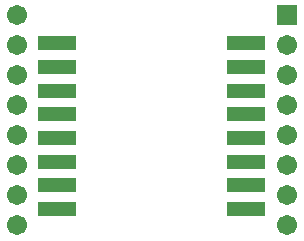
<source format=gbr>
G04 DipTrace 3.0.0.2*
G04 TopMask.gbr*
%MOIN*%
G04 #@! TF.FileFunction,Soldermask,Top*
G04 #@! TF.Part,Single*
%ADD25R,0.126142X0.047402*%
%ADD27R,0.067087X0.067087*%
%ADD29C,0.067087*%
%FSLAX26Y26*%
G04*
G70*
G90*
G75*
G01*
G04 TopMask*
%LPD*%
D29*
X440079Y441654D3*
Y541654D3*
Y641654D3*
Y741654D3*
Y841654D3*
Y941654D3*
Y1041654D3*
Y1141654D3*
D27*
X1340079D3*
D29*
Y1041654D3*
Y941654D3*
Y841654D3*
Y741654D3*
Y641654D3*
Y541654D3*
Y441654D3*
D25*
X571575Y1047559D3*
X1201496Y968819D3*
Y890079D3*
Y811339D3*
Y732598D3*
Y653858D3*
Y575118D3*
Y496378D3*
Y1047559D3*
X571575Y968819D3*
Y890079D3*
Y811339D3*
Y732598D3*
Y653858D3*
Y575118D3*
Y496378D3*
M02*

</source>
